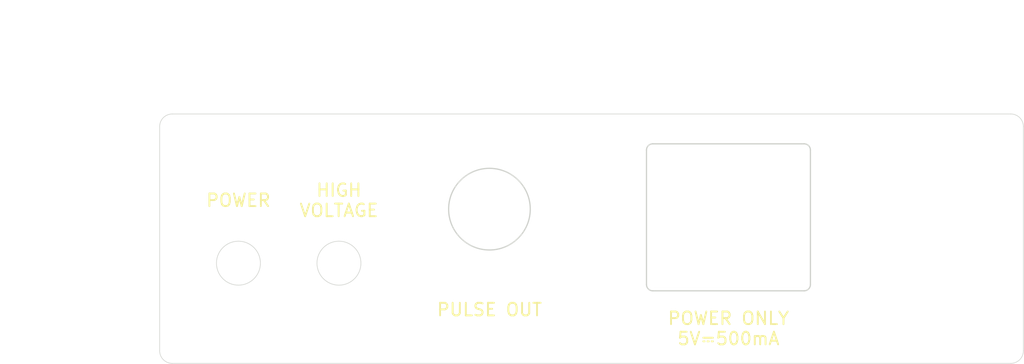
<source format=kicad_pcb>
(kicad_pcb
	(version 20240108)
	(generator "pcbnew")
	(generator_version "8.0")
	(general
		(thickness 1.6)
		(legacy_teardrops no)
	)
	(paper "A4")
	(layers
		(0 "F.Cu" signal)
		(31 "B.Cu" signal)
		(32 "B.Adhes" user "B.Adhesive")
		(33 "F.Adhes" user "F.Adhesive")
		(34 "B.Paste" user)
		(35 "F.Paste" user)
		(36 "B.SilkS" user "B.Silkscreen")
		(37 "F.SilkS" user "F.Silkscreen")
		(38 "B.Mask" user)
		(39 "F.Mask" user)
		(40 "Dwgs.User" user "User.Drawings")
		(41 "Cmts.User" user "User.Comments")
		(42 "Eco1.User" user "User.Eco1")
		(43 "Eco2.User" user "User.Eco2")
		(44 "Edge.Cuts" user)
		(45 "Margin" user)
		(46 "B.CrtYd" user "B.Courtyard")
		(47 "F.CrtYd" user "F.Courtyard")
		(48 "B.Fab" user)
		(49 "F.Fab" user)
		(50 "User.1" user)
		(51 "User.2" user)
		(52 "User.3" user)
		(53 "User.4" user)
		(54 "User.5" user)
		(55 "User.6" user)
		(56 "User.7" user)
		(57 "User.8" user)
		(58 "User.9" user)
	)
	(setup
		(stackup
			(layer "F.SilkS"
				(type "Top Silk Screen")
				(color "White")
			)
			(layer "F.Paste"
				(type "Top Solder Paste")
			)
			(layer "F.Mask"
				(type "Top Solder Mask")
				(color "Black")
				(thickness 0.01)
			)
			(layer "F.Cu"
				(type "copper")
				(thickness 0.035)
			)
			(layer "dielectric 1"
				(type "core")
				(color "FR4 natural")
				(thickness 1.51)
				(material "FR4")
				(epsilon_r 4.5)
				(loss_tangent 0.02)
			)
			(layer "B.Cu"
				(type "copper")
				(thickness 0.035)
			)
			(layer "B.Mask"
				(type "Bottom Solder Mask")
				(color "Black")
				(thickness 0.01)
			)
			(layer "B.Paste"
				(type "Bottom Solder Paste")
			)
			(layer "B.SilkS"
				(type "Bottom Silk Screen")
				(color "White")
			)
			(copper_finish "HAL lead-free")
			(dielectric_constraints no)
		)
		(pad_to_mask_clearance 0)
		(allow_soldermask_bridges_in_footprints no)
		(grid_origin 100 100)
		(pcbplotparams
			(layerselection 0x00010fc_ffffffff)
			(plot_on_all_layers_selection 0x0000000_00000000)
			(disableapertmacros no)
			(usegerberextensions no)
			(usegerberattributes yes)
			(usegerberadvancedattributes yes)
			(creategerberjobfile yes)
			(dashed_line_dash_ratio 12.000000)
			(dashed_line_gap_ratio 3.000000)
			(svgprecision 4)
			(plotframeref no)
			(viasonmask no)
			(mode 1)
			(useauxorigin no)
			(hpglpennumber 1)
			(hpglpenspeed 20)
			(hpglpendiameter 15.000000)
			(pdf_front_fp_property_popups yes)
			(pdf_back_fp_property_popups yes)
			(dxfpolygonmode yes)
			(dxfimperialunits yes)
			(dxfusepcbnewfont yes)
			(psnegative no)
			(psa4output no)
			(plotreference yes)
			(plotvalue yes)
			(plotfptext yes)
			(plotinvisibletext no)
			(sketchpadsonfab no)
			(subtractmaskfromsilk no)
			(outputformat 1)
			(mirror no)
			(drillshape 1)
			(scaleselection 1)
			(outputdirectory "")
		)
	)
	(net 0 "")
	(gr_line
		(start 110.9 104.15)
		(end 110.9 92.45)
		(stroke
			(width 0.1)
			(type default)
		)
		(layer "Dwgs.User")
		(uuid "047c3757-3554-45e0-9fcf-966b6d14c091")
	)
	(gr_rect
		(start 65.625 90.075)
		(end 134.375 109.925)
		(stroke
			(width 0.1)
			(type default)
		)
		(fill none)
		(layer "Dwgs.User")
		(uuid "9d8ffea2-1259-4c42-a8a8-2c5bc69e437f")
	)
	(gr_rect
		(start 104.375 92.45)
		(end 117.425 104.15)
		(locked yes)
		(stroke
			(width 0.1)
			(type default)
		)
		(fill none)
		(layer "Dwgs.User")
		(uuid "fa4c3ca6-25cc-4a43-935d-dc47546a9bd1")
	)
	(gr_arc
		(start 134.375 108.925)
		(mid 134.082107 109.632107)
		(end 133.375 109.925)
		(locked yes)
		(stroke
			(width 0.05)
			(type default)
		)
		(layer "Edge.Cuts")
		(uuid "022795d3-7cc8-47bd-afd7-9545e372a451")
	)
	(gr_line
		(start 116.925 104.15)
		(end 104.875 104.15)
		(locked yes)
		(stroke
			(width 0.1)
			(type default)
		)
		(layer "Edge.Cuts")
		(uuid "05e8d112-2541-4bd0-a39d-58f6aea9f4ad")
	)
	(gr_line
		(start 66.625 90.075)
		(end 133.375 90.075)
		(locked yes)
		(stroke
			(width 0.05)
			(type default)
		)
		(layer "Edge.Cuts")
		(uuid "07231635-2167-4b83-9768-cae28e10932b")
	)
	(gr_circle
		(center 79.895 101.95)
		(end 81.645 101.95)
		(locked yes)
		(stroke
			(width 0.05)
			(type default)
		)
		(fill none)
		(layer "Edge.Cuts")
		(uuid "4008cadc-3ce0-43fa-94f6-3f26b77db054")
	)
	(gr_arc
		(start 133.375 90.075)
		(mid 134.082107 90.367893)
		(end 134.375 91.075)
		(locked yes)
		(stroke
			(width 0.05)
			(type default)
		)
		(layer "Edge.Cuts")
		(uuid "4a70bc54-38bf-434b-a684-e2e13fd0ad69")
	)
	(gr_circle
		(center 71.895 101.95)
		(end 73.645 101.95)
		(locked yes)
		(stroke
			(width 0.05)
			(type default)
		)
		(fill none)
		(layer "Edge.Cuts")
		(uuid "4c0c6414-8543-42f8-b45a-6e6f505ec05b")
	)
	(gr_arc
		(start 65.625 91.075)
		(mid 65.917893 90.367893)
		(end 66.625 90.075)
		(locked yes)
		(stroke
			(width 0.05)
			(type default)
		)
		(layer "Edge.Cuts")
		(uuid "4effc8f2-723d-4c55-ae18-ed309d984c01")
	)
	(gr_line
		(start 133.375 109.925)
		(end 66.625 109.925)
		(locked yes)
		(stroke
			(width 0.05)
			(type default)
		)
		(layer "Edge.Cuts")
		(uuid "4f08f818-dc63-444f-837f-398a2e6183dc")
	)
	(gr_line
		(start 117.425 92.95)
		(end 117.425 103.65)
		(locked yes)
		(stroke
			(width 0.1)
			(type default)
		)
		(layer "Edge.Cuts")
		(uuid "712a8787-9736-4df0-b3a3-917f8814cd7d")
	)
	(gr_arc
		(start 117.425 103.65)
		(mid 117.278553 104.003553)
		(end 116.925 104.15)
		(locked yes)
		(stroke
			(width 0.1)
			(type default)
		)
		(layer "Edge.Cuts")
		(uuid "71424b89-680e-415b-9ef7-16fe858812cf")
	)
	(gr_arc
		(start 116.925 92.45)
		(mid 117.278553 92.596447)
		(end 117.425 92.95)
		(locked yes)
		(stroke
			(width 0.1)
			(type default)
		)
		(layer "Edge.Cuts")
		(uuid "7ea1bfea-0ac4-4b44-8ded-e2c26d9b0af7")
	)
	(gr_line
		(start 134.375 91.075)
		(end 134.375 108.925)
		(locked yes)
		(stroke
			(width 0.05)
			(type default)
		)
		(layer "Edge.Cuts")
		(uuid "82eeec3f-cdfb-47c0-9364-16133ea7d325")
	)
	(gr_line
		(start 104.875 92.45)
		(end 116.925 92.45)
		(locked yes)
		(stroke
			(width 0.1)
			(type default)
		)
		(layer "Edge.Cuts")
		(uuid "8383a436-0285-4271-9b45-d563bf030bc8")
	)
	(gr_arc
		(start 104.875 104.15)
		(mid 104.521447 104.003553)
		(end 104.375 103.65)
		(locked yes)
		(stroke
			(width 0.1)
			(type default)
		)
		(layer "Edge.Cuts")
		(uuid "88603290-6ddc-4d94-b745-ab277448fa01")
	)
	(gr_circle
		(center 91.875 97.65)
		(end 95.125 97.65)
		(locked yes)
		(stroke
			(width 0.1)
			(type default)
		)
		(fill none)
		(layer "Edge.Cuts")
		(uuid "9308efbd-7724-4ff3-add1-1a4c3ba90b78")
	)
	(gr_arc
		(start 66.625 109.925)
		(mid 65.917893 109.632107)
		(end 65.625 108.925)
		(locked yes)
		(stroke
			(width 0.05)
			(type default)
		)
		(layer "Edge.Cuts")
		(uuid "af03adf9-9da1-4192-a9eb-ced06cbacf44")
	)
	(gr_line
		(start 104.375 103.65)
		(end 104.375 92.95)
		(locked yes)
		(stroke
			(width 0.1)
			(type default)
		)
		(layer "Edge.Cuts")
		(uuid "df09f356-9cee-42fd-886f-b9a9b2b2ac35")
	)
	(gr_line
		(start 65.625 108.925)
		(end 65.625 91.075)
		(locked yes)
		(stroke
			(width 0.05)
			(type default)
		)
		(layer "Edge.Cuts")
		(uuid "e0e1153d-b0fe-4f87-9b08-72b4afda881d")
	)
	(gr_arc
		(start 104.375 92.95)
		(mid 104.521447 92.596447)
		(end 104.875 92.45)
		(locked yes)
		(stroke
			(width 0.1)
			(type default)
		)
		(layer "Edge.Cuts")
		(uuid "e666990c-a90b-4996-9dc6-b6632cafda2a")
	)
	(gr_text "POWER ONLY\n5V⎓500mA"
		(at 110.9 107.15 0)
		(layer "F.SilkS")
		(uuid "3cfc701b-cfe6-4c7c-9fa9-7073854d3985")
		(effects
			(font
				(size 1 1)
				(thickness 0.15)
			)
		)
	)
	(gr_text "HIGH\nVOLTAGE"
		(at 79.895 96.95 0)
		(layer "F.SilkS")
		(uuid "576ccb2a-5a24-4bc8-b9f5-47d501a14854")
		(effects
			(font
				(size 1 1)
				(thickness 0.15)
			)
		)
	)
	(gr_text "PULSE OUT"
		(at 91.875 105.65 0)
		(layer "F.SilkS")
		(uuid "a7aa4eb6-c423-4e5f-8b9e-0ebe2aee34a3")
		(effects
			(font
				(size 1 1)
				(thickness 0.15)
			)
		)
	)
	(gr_text "POWER"
		(at 71.895 96.95 0)
		(layer "F.SilkS")
		(uuid "c3d655e1-b9d0-4742-9fda-fab106ab3fdd")
		(effects
			(font
				(size 1 1)
				(thickness 0.15)
			)
		)
	)
	(dimension
		(type aligned)
		(layer "Dwgs.User")
		(uuid "009f621c-cb32-4d32-a786-fa106edc76c5")
		(pts
			(xy 134.375 91.075) (xy 65.625 91.075)
		)
		(height 8.074999)
		(gr_text "68.7500 mm"
			(at 100 81.850001 0)
			(layer "Dwgs.User")
			(uuid "009f621c-cb32-4d32-a786-fa106edc76c5")
			(effects
				(font
					(size 1 1)
					(thickness 0.15)
				)
			)
		)
		(format
			(prefix "")
			(suffix "")
			(units 3)
			(units_format 1)
			(precision 4)
		)
		(style
			(thickness 0.1)
			(arrow_length 1.27)
			(text_position_mode 0)
			(extension_height 0.58642)
			(extension_offset 0.5) keep_text_aligned)
	)
	(dimension
		(type aligned)
		(layer "Dwgs.User")
		(uuid "8e6e8820-22dd-42cf-94ec-33e83c30e6f2")
		(pts
			(xy 66.625 90.075) (xy 66.625 109.925)
		)
		(height 7.624999)
		(gr_text "19.8500 mm"
			(at 57.850001 100 90)
			(layer "Dwgs.User")
			(uuid "8e6e8820-22dd-42cf-94ec-33e83c30e6f2")
			(effects
				(font
					(size 1 1)
					(thickness 0.15)
				)
			)
		)
		(format
			(prefix "")
			(suffix "")
			(units 3)
			(units_format 1)
			(precision 4)
		)
		(style
			(thickness 0.1)
			(arrow_length 1.27)
			(text_position_mode 0)
			(extension_height 0.58642)
			(extension_offset 0.5) keep_text_aligned)
	)
	(dimension
		(type aligned)
		(layer "Dwgs.User")
		(uuid "d625df0c-6273-473b-9607-3dfa73769194")
		(pts
			(xy 79.895 101.95) (xy 71.895 101.95)
		)
		(height -4.05)
		(gr_text "8.0000 mm"
			(at 75.895 104.85 0)
			(layer "Dwgs.User")
			(uuid "d625df0c-6273-473b-9607-3dfa73769194")
			(effects
				(font
					(size 1 1)
					(thickness 0.15)
				)
			)
		)
		(format
			(prefix "")
			(suffix "")
			(units 3)
			(units_format 1)
			(precision 4)
		)
		(style
			(thickness 0.1)
			(arrow_length 1.27)
			(text_position_mode 0)
			(extension_height 0.58642)
			(extension_offset 0.5) keep_text_aligned)
	)
)

</source>
